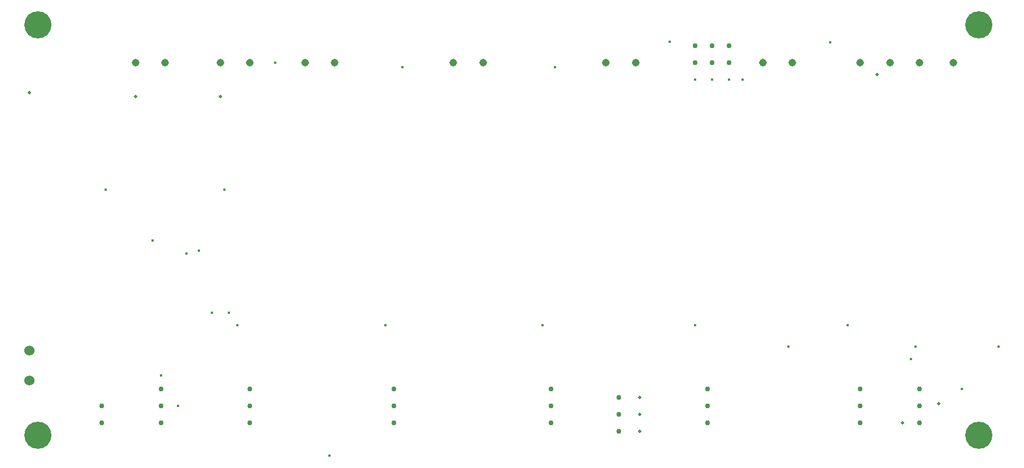
<source format=gbr>
G04 PROTEUS GERBER X2 FILE*
%TF.GenerationSoftware,Labcenter,Proteus,8.7-SP3-Build25561*%
%TF.CreationDate,2021-04-27T11:42:45+00:00*%
%TF.FileFunction,Plated,1,6,PTH*%
%TF.FilePolarity,Positive*%
%TF.Part,Single*%
%TF.SameCoordinates,{6203c4a4-ae23-4678-9b2e-be1f49d5fe9b}*%
%FSLAX45Y45*%
%MOMM*%
G01*
%TA.AperFunction,ViaDrill*%
%ADD130C,0.508000*%
%ADD131C,0.381000*%
%TA.AperFunction,ComponentDrill*%
%ADD132C,1.524000*%
%ADD133C,1.143000*%
%ADD134C,0.762000*%
%TA.AperFunction,OtherDrill,Unknown*%
%ADD135C,4.064000*%
%TD.AperFunction*%
D130*
X+6858000Y-3556000D03*
D131*
X-4381500Y-825500D03*
X-3873500Y-1016000D03*
X-3111500Y-2095500D03*
X-889000Y-2095500D03*
X+1460500Y-2095500D03*
X+3746500Y-2095500D03*
X+6032500Y-2095500D03*
X-5080000Y-63500D03*
D130*
X-4635500Y+1333500D03*
X-3365500Y+1333500D03*
X+6477000Y+1667185D03*
X+2921000Y-3175000D03*
X+2921000Y-3429000D03*
X+2921000Y-3683000D03*
D131*
X+4457601Y+1587500D03*
X+4254500Y+1587500D03*
X+4000500Y+1587500D03*
X+3746500Y+1587500D03*
X-4000500Y-3302000D03*
X-4254500Y-2844450D03*
D130*
X+7400945Y-3273445D03*
D131*
X+7747000Y-3048000D03*
X+7048500Y-2413000D03*
X+5143500Y-2413000D03*
X+6985000Y-2603500D03*
X+8295505Y-2412861D03*
D130*
X-6223000Y+1397000D03*
D131*
X+3365500Y+2159000D03*
X+5774838Y+2150575D03*
X+1651000Y+1778000D03*
X-635000Y+1778000D03*
X-2540000Y+1841500D03*
X-3684182Y-979154D03*
X-1724959Y-4050313D03*
X-3302000Y-63500D03*
X-3492500Y-1905000D03*
X-3238500Y-1905000D03*
D132*
X-6223000Y-2476500D03*
X-6223000Y-2921000D03*
D133*
X-2095500Y+1841500D03*
X-1651000Y+1841500D03*
D134*
X-2921000Y-3556000D03*
X-2921000Y-3048000D03*
X-2921000Y-3302000D03*
D133*
X+571500Y+1841500D03*
X+127000Y+1841500D03*
D134*
X-762000Y-3556000D03*
X-762000Y-3302000D03*
X-762000Y-3048000D03*
X+1587500Y-3302000D03*
X+1587500Y-3556000D03*
X+1587500Y-3048000D03*
D133*
X+2857500Y+1841500D03*
X+2413000Y+1841500D03*
D134*
X+3937000Y-3556000D03*
X+6223000Y-3556000D03*
X+3937000Y-3048000D03*
X+6223000Y-3048000D03*
X+3937000Y-3302000D03*
X+6223000Y-3302000D03*
D133*
X+5207000Y+1841500D03*
X+4762500Y+1841500D03*
X+7620000Y+1841500D03*
X+7112000Y+1841500D03*
D134*
X+7112000Y-3302000D03*
X+7112000Y-3556000D03*
X+7112000Y-3048000D03*
D133*
X+6667500Y+1841500D03*
X+6223000Y+1841500D03*
D134*
X-4254500Y-3556000D03*
D135*
X-6096000Y-3746500D03*
X-6096000Y+2413000D03*
X+8001000Y+2413000D03*
X+8001000Y-3746500D03*
D133*
X-4191000Y+1841500D03*
X-4635500Y+1841500D03*
X-2921000Y+1841500D03*
X-3365500Y+1841500D03*
D134*
X-4254500Y-3048000D03*
X-4254500Y-3302000D03*
X+3746500Y+2095500D03*
X+2603500Y-3175000D03*
X+3746500Y+1841500D03*
X+4000500Y+2095500D03*
X+2603500Y-3429000D03*
X+4000500Y+1841500D03*
X+4254500Y+2095500D03*
X+2603500Y-3683000D03*
X+4254500Y+1841500D03*
X-5143500Y-3302000D03*
X-5143500Y-3556000D03*
M02*

</source>
